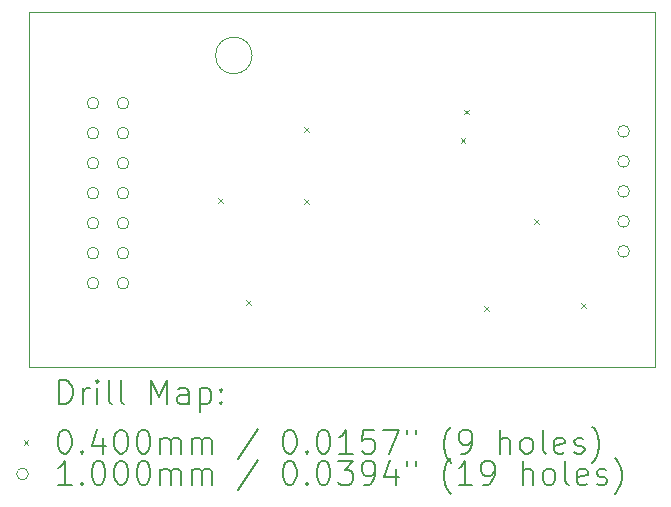
<source format=gbr>
%TF.GenerationSoftware,KiCad,Pcbnew,7.0.10*%
%TF.CreationDate,2024-10-22T16:12:57+01:00*%
%TF.ProjectId,RL78I1C_PMOD_PROG_ADAPTOR_ISO,524c3738-4931-4435-9f50-4d4f445f5052,0*%
%TF.SameCoordinates,PX58b5f60PY7997ee0*%
%TF.FileFunction,Drillmap*%
%TF.FilePolarity,Positive*%
%FSLAX45Y45*%
G04 Gerber Fmt 4.5, Leading zero omitted, Abs format (unit mm)*
G04 Created by KiCad (PCBNEW 7.0.10) date 2024-10-22 16:12:57*
%MOMM*%
%LPD*%
G01*
G04 APERTURE LIST*
%ADD10C,0.100000*%
%ADD11C,0.200000*%
G04 APERTURE END LIST*
D10*
X0Y3000000D02*
X5300000Y3000000D01*
X5300000Y0D01*
X0Y0D01*
X0Y3000000D01*
X1889125Y2634250D02*
G75*
G03*
X1579125Y2634250I-155000J0D01*
G01*
X1579125Y2634250D02*
G75*
G03*
X1889125Y2634250I155000J0D01*
G01*
D11*
D10*
X1604125Y1423250D02*
X1644125Y1383250D01*
X1644125Y1423250D02*
X1604125Y1383250D01*
X1836094Y562731D02*
X1876094Y522731D01*
X1876094Y562731D02*
X1836094Y522731D01*
X2329125Y2027000D02*
X2369125Y1987000D01*
X2369125Y2027000D02*
X2329125Y1987000D01*
X2329125Y1419250D02*
X2369125Y1379250D01*
X2369125Y1419250D02*
X2329125Y1379250D01*
X3654125Y1934250D02*
X3694125Y1894250D01*
X3694125Y1934250D02*
X3654125Y1894250D01*
X3684125Y2174250D02*
X3724125Y2134250D01*
X3724125Y2174250D02*
X3684125Y2134250D01*
X3854125Y514250D02*
X3894125Y474250D01*
X3894125Y514250D02*
X3854125Y474250D01*
X4277000Y1246000D02*
X4317000Y1206000D01*
X4317000Y1246000D02*
X4277000Y1206000D01*
X4674125Y534250D02*
X4714125Y494250D01*
X4714125Y534250D02*
X4674125Y494250D01*
X592000Y2230000D02*
G75*
G03*
X492000Y2230000I-50000J0D01*
G01*
X492000Y2230000D02*
G75*
G03*
X592000Y2230000I50000J0D01*
G01*
X592000Y1976000D02*
G75*
G03*
X492000Y1976000I-50000J0D01*
G01*
X492000Y1976000D02*
G75*
G03*
X592000Y1976000I50000J0D01*
G01*
X592000Y1722000D02*
G75*
G03*
X492000Y1722000I-50000J0D01*
G01*
X492000Y1722000D02*
G75*
G03*
X592000Y1722000I50000J0D01*
G01*
X592000Y1468000D02*
G75*
G03*
X492000Y1468000I-50000J0D01*
G01*
X492000Y1468000D02*
G75*
G03*
X592000Y1468000I50000J0D01*
G01*
X592000Y1214000D02*
G75*
G03*
X492000Y1214000I-50000J0D01*
G01*
X492000Y1214000D02*
G75*
G03*
X592000Y1214000I50000J0D01*
G01*
X592000Y960000D02*
G75*
G03*
X492000Y960000I-50000J0D01*
G01*
X492000Y960000D02*
G75*
G03*
X592000Y960000I50000J0D01*
G01*
X592000Y706000D02*
G75*
G03*
X492000Y706000I-50000J0D01*
G01*
X492000Y706000D02*
G75*
G03*
X592000Y706000I50000J0D01*
G01*
X846000Y2230000D02*
G75*
G03*
X746000Y2230000I-50000J0D01*
G01*
X746000Y2230000D02*
G75*
G03*
X846000Y2230000I50000J0D01*
G01*
X846000Y1976000D02*
G75*
G03*
X746000Y1976000I-50000J0D01*
G01*
X746000Y1976000D02*
G75*
G03*
X846000Y1976000I50000J0D01*
G01*
X846000Y1722000D02*
G75*
G03*
X746000Y1722000I-50000J0D01*
G01*
X746000Y1722000D02*
G75*
G03*
X846000Y1722000I50000J0D01*
G01*
X846000Y1468000D02*
G75*
G03*
X746000Y1468000I-50000J0D01*
G01*
X746000Y1468000D02*
G75*
G03*
X846000Y1468000I50000J0D01*
G01*
X846000Y1214000D02*
G75*
G03*
X746000Y1214000I-50000J0D01*
G01*
X746000Y1214000D02*
G75*
G03*
X846000Y1214000I50000J0D01*
G01*
X846000Y960000D02*
G75*
G03*
X746000Y960000I-50000J0D01*
G01*
X746000Y960000D02*
G75*
G03*
X846000Y960000I50000J0D01*
G01*
X846000Y706000D02*
G75*
G03*
X746000Y706000I-50000J0D01*
G01*
X746000Y706000D02*
G75*
G03*
X846000Y706000I50000J0D01*
G01*
X5084125Y1991750D02*
G75*
G03*
X4984125Y1991750I-50000J0D01*
G01*
X4984125Y1991750D02*
G75*
G03*
X5084125Y1991750I50000J0D01*
G01*
X5084125Y1737750D02*
G75*
G03*
X4984125Y1737750I-50000J0D01*
G01*
X4984125Y1737750D02*
G75*
G03*
X5084125Y1737750I50000J0D01*
G01*
X5084125Y1483750D02*
G75*
G03*
X4984125Y1483750I-50000J0D01*
G01*
X4984125Y1483750D02*
G75*
G03*
X5084125Y1483750I50000J0D01*
G01*
X5084125Y1229750D02*
G75*
G03*
X4984125Y1229750I-50000J0D01*
G01*
X4984125Y1229750D02*
G75*
G03*
X5084125Y1229750I50000J0D01*
G01*
X5084125Y975750D02*
G75*
G03*
X4984125Y975750I-50000J0D01*
G01*
X4984125Y975750D02*
G75*
G03*
X5084125Y975750I50000J0D01*
G01*
D11*
X255777Y-316484D02*
X255777Y-116484D01*
X255777Y-116484D02*
X303396Y-116484D01*
X303396Y-116484D02*
X331967Y-126008D01*
X331967Y-126008D02*
X351015Y-145055D01*
X351015Y-145055D02*
X360539Y-164103D01*
X360539Y-164103D02*
X370062Y-202198D01*
X370062Y-202198D02*
X370062Y-230769D01*
X370062Y-230769D02*
X360539Y-268865D01*
X360539Y-268865D02*
X351015Y-287912D01*
X351015Y-287912D02*
X331967Y-306960D01*
X331967Y-306960D02*
X303396Y-316484D01*
X303396Y-316484D02*
X255777Y-316484D01*
X455777Y-316484D02*
X455777Y-183150D01*
X455777Y-221246D02*
X465301Y-202198D01*
X465301Y-202198D02*
X474824Y-192674D01*
X474824Y-192674D02*
X493872Y-183150D01*
X493872Y-183150D02*
X512920Y-183150D01*
X579586Y-316484D02*
X579586Y-183150D01*
X579586Y-116484D02*
X570063Y-126008D01*
X570063Y-126008D02*
X579586Y-135531D01*
X579586Y-135531D02*
X589110Y-126008D01*
X589110Y-126008D02*
X579586Y-116484D01*
X579586Y-116484D02*
X579586Y-135531D01*
X703396Y-316484D02*
X684348Y-306960D01*
X684348Y-306960D02*
X674824Y-287912D01*
X674824Y-287912D02*
X674824Y-116484D01*
X808158Y-316484D02*
X789110Y-306960D01*
X789110Y-306960D02*
X779586Y-287912D01*
X779586Y-287912D02*
X779586Y-116484D01*
X1036729Y-316484D02*
X1036729Y-116484D01*
X1036729Y-116484D02*
X1103396Y-259341D01*
X1103396Y-259341D02*
X1170063Y-116484D01*
X1170063Y-116484D02*
X1170063Y-316484D01*
X1351015Y-316484D02*
X1351015Y-211722D01*
X1351015Y-211722D02*
X1341491Y-192674D01*
X1341491Y-192674D02*
X1322444Y-183150D01*
X1322444Y-183150D02*
X1284348Y-183150D01*
X1284348Y-183150D02*
X1265301Y-192674D01*
X1351015Y-306960D02*
X1331967Y-316484D01*
X1331967Y-316484D02*
X1284348Y-316484D01*
X1284348Y-316484D02*
X1265301Y-306960D01*
X1265301Y-306960D02*
X1255777Y-287912D01*
X1255777Y-287912D02*
X1255777Y-268865D01*
X1255777Y-268865D02*
X1265301Y-249817D01*
X1265301Y-249817D02*
X1284348Y-240293D01*
X1284348Y-240293D02*
X1331967Y-240293D01*
X1331967Y-240293D02*
X1351015Y-230769D01*
X1446253Y-183150D02*
X1446253Y-383150D01*
X1446253Y-192674D02*
X1465301Y-183150D01*
X1465301Y-183150D02*
X1503396Y-183150D01*
X1503396Y-183150D02*
X1522443Y-192674D01*
X1522443Y-192674D02*
X1531967Y-202198D01*
X1531967Y-202198D02*
X1541491Y-221246D01*
X1541491Y-221246D02*
X1541491Y-278389D01*
X1541491Y-278389D02*
X1531967Y-297436D01*
X1531967Y-297436D02*
X1522443Y-306960D01*
X1522443Y-306960D02*
X1503396Y-316484D01*
X1503396Y-316484D02*
X1465301Y-316484D01*
X1465301Y-316484D02*
X1446253Y-306960D01*
X1627205Y-297436D02*
X1636729Y-306960D01*
X1636729Y-306960D02*
X1627205Y-316484D01*
X1627205Y-316484D02*
X1617682Y-306960D01*
X1617682Y-306960D02*
X1627205Y-297436D01*
X1627205Y-297436D02*
X1627205Y-316484D01*
X1627205Y-192674D02*
X1636729Y-202198D01*
X1636729Y-202198D02*
X1627205Y-211722D01*
X1627205Y-211722D02*
X1617682Y-202198D01*
X1617682Y-202198D02*
X1627205Y-192674D01*
X1627205Y-192674D02*
X1627205Y-211722D01*
D10*
X-45000Y-625000D02*
X-5000Y-665000D01*
X-5000Y-625000D02*
X-45000Y-665000D01*
D11*
X293872Y-536484D02*
X312920Y-536484D01*
X312920Y-536484D02*
X331967Y-546008D01*
X331967Y-546008D02*
X341491Y-555531D01*
X341491Y-555531D02*
X351015Y-574579D01*
X351015Y-574579D02*
X360539Y-612674D01*
X360539Y-612674D02*
X360539Y-660293D01*
X360539Y-660293D02*
X351015Y-698389D01*
X351015Y-698389D02*
X341491Y-717436D01*
X341491Y-717436D02*
X331967Y-726960D01*
X331967Y-726960D02*
X312920Y-736484D01*
X312920Y-736484D02*
X293872Y-736484D01*
X293872Y-736484D02*
X274824Y-726960D01*
X274824Y-726960D02*
X265301Y-717436D01*
X265301Y-717436D02*
X255777Y-698389D01*
X255777Y-698389D02*
X246253Y-660293D01*
X246253Y-660293D02*
X246253Y-612674D01*
X246253Y-612674D02*
X255777Y-574579D01*
X255777Y-574579D02*
X265301Y-555531D01*
X265301Y-555531D02*
X274824Y-546008D01*
X274824Y-546008D02*
X293872Y-536484D01*
X446253Y-717436D02*
X455777Y-726960D01*
X455777Y-726960D02*
X446253Y-736484D01*
X446253Y-736484D02*
X436729Y-726960D01*
X436729Y-726960D02*
X446253Y-717436D01*
X446253Y-717436D02*
X446253Y-736484D01*
X627205Y-603150D02*
X627205Y-736484D01*
X579586Y-526960D02*
X531967Y-669817D01*
X531967Y-669817D02*
X655777Y-669817D01*
X770062Y-536484D02*
X789110Y-536484D01*
X789110Y-536484D02*
X808158Y-546008D01*
X808158Y-546008D02*
X817682Y-555531D01*
X817682Y-555531D02*
X827205Y-574579D01*
X827205Y-574579D02*
X836729Y-612674D01*
X836729Y-612674D02*
X836729Y-660293D01*
X836729Y-660293D02*
X827205Y-698389D01*
X827205Y-698389D02*
X817682Y-717436D01*
X817682Y-717436D02*
X808158Y-726960D01*
X808158Y-726960D02*
X789110Y-736484D01*
X789110Y-736484D02*
X770062Y-736484D01*
X770062Y-736484D02*
X751015Y-726960D01*
X751015Y-726960D02*
X741491Y-717436D01*
X741491Y-717436D02*
X731967Y-698389D01*
X731967Y-698389D02*
X722443Y-660293D01*
X722443Y-660293D02*
X722443Y-612674D01*
X722443Y-612674D02*
X731967Y-574579D01*
X731967Y-574579D02*
X741491Y-555531D01*
X741491Y-555531D02*
X751015Y-546008D01*
X751015Y-546008D02*
X770062Y-536484D01*
X960539Y-536484D02*
X979586Y-536484D01*
X979586Y-536484D02*
X998634Y-546008D01*
X998634Y-546008D02*
X1008158Y-555531D01*
X1008158Y-555531D02*
X1017682Y-574579D01*
X1017682Y-574579D02*
X1027205Y-612674D01*
X1027205Y-612674D02*
X1027205Y-660293D01*
X1027205Y-660293D02*
X1017682Y-698389D01*
X1017682Y-698389D02*
X1008158Y-717436D01*
X1008158Y-717436D02*
X998634Y-726960D01*
X998634Y-726960D02*
X979586Y-736484D01*
X979586Y-736484D02*
X960539Y-736484D01*
X960539Y-736484D02*
X941491Y-726960D01*
X941491Y-726960D02*
X931967Y-717436D01*
X931967Y-717436D02*
X922443Y-698389D01*
X922443Y-698389D02*
X912920Y-660293D01*
X912920Y-660293D02*
X912920Y-612674D01*
X912920Y-612674D02*
X922443Y-574579D01*
X922443Y-574579D02*
X931967Y-555531D01*
X931967Y-555531D02*
X941491Y-546008D01*
X941491Y-546008D02*
X960539Y-536484D01*
X1112920Y-736484D02*
X1112920Y-603150D01*
X1112920Y-622198D02*
X1122444Y-612674D01*
X1122444Y-612674D02*
X1141491Y-603150D01*
X1141491Y-603150D02*
X1170063Y-603150D01*
X1170063Y-603150D02*
X1189110Y-612674D01*
X1189110Y-612674D02*
X1198634Y-631722D01*
X1198634Y-631722D02*
X1198634Y-736484D01*
X1198634Y-631722D02*
X1208158Y-612674D01*
X1208158Y-612674D02*
X1227205Y-603150D01*
X1227205Y-603150D02*
X1255777Y-603150D01*
X1255777Y-603150D02*
X1274825Y-612674D01*
X1274825Y-612674D02*
X1284348Y-631722D01*
X1284348Y-631722D02*
X1284348Y-736484D01*
X1379586Y-736484D02*
X1379586Y-603150D01*
X1379586Y-622198D02*
X1389110Y-612674D01*
X1389110Y-612674D02*
X1408158Y-603150D01*
X1408158Y-603150D02*
X1436729Y-603150D01*
X1436729Y-603150D02*
X1455777Y-612674D01*
X1455777Y-612674D02*
X1465301Y-631722D01*
X1465301Y-631722D02*
X1465301Y-736484D01*
X1465301Y-631722D02*
X1474824Y-612674D01*
X1474824Y-612674D02*
X1493872Y-603150D01*
X1493872Y-603150D02*
X1522443Y-603150D01*
X1522443Y-603150D02*
X1541491Y-612674D01*
X1541491Y-612674D02*
X1551015Y-631722D01*
X1551015Y-631722D02*
X1551015Y-736484D01*
X1941491Y-526960D02*
X1770063Y-784103D01*
X2198634Y-536484D02*
X2217682Y-536484D01*
X2217682Y-536484D02*
X2236729Y-546008D01*
X2236729Y-546008D02*
X2246253Y-555531D01*
X2246253Y-555531D02*
X2255777Y-574579D01*
X2255777Y-574579D02*
X2265301Y-612674D01*
X2265301Y-612674D02*
X2265301Y-660293D01*
X2265301Y-660293D02*
X2255777Y-698389D01*
X2255777Y-698389D02*
X2246253Y-717436D01*
X2246253Y-717436D02*
X2236729Y-726960D01*
X2236729Y-726960D02*
X2217682Y-736484D01*
X2217682Y-736484D02*
X2198634Y-736484D01*
X2198634Y-736484D02*
X2179587Y-726960D01*
X2179587Y-726960D02*
X2170063Y-717436D01*
X2170063Y-717436D02*
X2160539Y-698389D01*
X2160539Y-698389D02*
X2151015Y-660293D01*
X2151015Y-660293D02*
X2151015Y-612674D01*
X2151015Y-612674D02*
X2160539Y-574579D01*
X2160539Y-574579D02*
X2170063Y-555531D01*
X2170063Y-555531D02*
X2179587Y-546008D01*
X2179587Y-546008D02*
X2198634Y-536484D01*
X2351015Y-717436D02*
X2360539Y-726960D01*
X2360539Y-726960D02*
X2351015Y-736484D01*
X2351015Y-736484D02*
X2341491Y-726960D01*
X2341491Y-726960D02*
X2351015Y-717436D01*
X2351015Y-717436D02*
X2351015Y-736484D01*
X2484348Y-536484D02*
X2503396Y-536484D01*
X2503396Y-536484D02*
X2522444Y-546008D01*
X2522444Y-546008D02*
X2531968Y-555531D01*
X2531968Y-555531D02*
X2541491Y-574579D01*
X2541491Y-574579D02*
X2551015Y-612674D01*
X2551015Y-612674D02*
X2551015Y-660293D01*
X2551015Y-660293D02*
X2541491Y-698389D01*
X2541491Y-698389D02*
X2531968Y-717436D01*
X2531968Y-717436D02*
X2522444Y-726960D01*
X2522444Y-726960D02*
X2503396Y-736484D01*
X2503396Y-736484D02*
X2484348Y-736484D01*
X2484348Y-736484D02*
X2465301Y-726960D01*
X2465301Y-726960D02*
X2455777Y-717436D01*
X2455777Y-717436D02*
X2446253Y-698389D01*
X2446253Y-698389D02*
X2436729Y-660293D01*
X2436729Y-660293D02*
X2436729Y-612674D01*
X2436729Y-612674D02*
X2446253Y-574579D01*
X2446253Y-574579D02*
X2455777Y-555531D01*
X2455777Y-555531D02*
X2465301Y-546008D01*
X2465301Y-546008D02*
X2484348Y-536484D01*
X2741491Y-736484D02*
X2627206Y-736484D01*
X2684348Y-736484D02*
X2684348Y-536484D01*
X2684348Y-536484D02*
X2665301Y-565055D01*
X2665301Y-565055D02*
X2646253Y-584103D01*
X2646253Y-584103D02*
X2627206Y-593627D01*
X2922444Y-536484D02*
X2827206Y-536484D01*
X2827206Y-536484D02*
X2817682Y-631722D01*
X2817682Y-631722D02*
X2827206Y-622198D01*
X2827206Y-622198D02*
X2846253Y-612674D01*
X2846253Y-612674D02*
X2893872Y-612674D01*
X2893872Y-612674D02*
X2912920Y-622198D01*
X2912920Y-622198D02*
X2922444Y-631722D01*
X2922444Y-631722D02*
X2931967Y-650770D01*
X2931967Y-650770D02*
X2931967Y-698389D01*
X2931967Y-698389D02*
X2922444Y-717436D01*
X2922444Y-717436D02*
X2912920Y-726960D01*
X2912920Y-726960D02*
X2893872Y-736484D01*
X2893872Y-736484D02*
X2846253Y-736484D01*
X2846253Y-736484D02*
X2827206Y-726960D01*
X2827206Y-726960D02*
X2817682Y-717436D01*
X2998634Y-536484D02*
X3131967Y-536484D01*
X3131967Y-536484D02*
X3046253Y-736484D01*
X3198634Y-536484D02*
X3198634Y-574579D01*
X3274825Y-536484D02*
X3274825Y-574579D01*
X3570063Y-812674D02*
X3560539Y-803150D01*
X3560539Y-803150D02*
X3541491Y-774579D01*
X3541491Y-774579D02*
X3531968Y-755531D01*
X3531968Y-755531D02*
X3522444Y-726960D01*
X3522444Y-726960D02*
X3512920Y-679341D01*
X3512920Y-679341D02*
X3512920Y-641246D01*
X3512920Y-641246D02*
X3522444Y-593627D01*
X3522444Y-593627D02*
X3531968Y-565055D01*
X3531968Y-565055D02*
X3541491Y-546008D01*
X3541491Y-546008D02*
X3560539Y-517436D01*
X3560539Y-517436D02*
X3570063Y-507912D01*
X3655777Y-736484D02*
X3693872Y-736484D01*
X3693872Y-736484D02*
X3712920Y-726960D01*
X3712920Y-726960D02*
X3722444Y-717436D01*
X3722444Y-717436D02*
X3741491Y-688865D01*
X3741491Y-688865D02*
X3751015Y-650770D01*
X3751015Y-650770D02*
X3751015Y-574579D01*
X3751015Y-574579D02*
X3741491Y-555531D01*
X3741491Y-555531D02*
X3731968Y-546008D01*
X3731968Y-546008D02*
X3712920Y-536484D01*
X3712920Y-536484D02*
X3674825Y-536484D01*
X3674825Y-536484D02*
X3655777Y-546008D01*
X3655777Y-546008D02*
X3646253Y-555531D01*
X3646253Y-555531D02*
X3636729Y-574579D01*
X3636729Y-574579D02*
X3636729Y-622198D01*
X3636729Y-622198D02*
X3646253Y-641246D01*
X3646253Y-641246D02*
X3655777Y-650770D01*
X3655777Y-650770D02*
X3674825Y-660293D01*
X3674825Y-660293D02*
X3712920Y-660293D01*
X3712920Y-660293D02*
X3731968Y-650770D01*
X3731968Y-650770D02*
X3741491Y-641246D01*
X3741491Y-641246D02*
X3751015Y-622198D01*
X3989110Y-736484D02*
X3989110Y-536484D01*
X4074825Y-736484D02*
X4074825Y-631722D01*
X4074825Y-631722D02*
X4065301Y-612674D01*
X4065301Y-612674D02*
X4046253Y-603150D01*
X4046253Y-603150D02*
X4017682Y-603150D01*
X4017682Y-603150D02*
X3998634Y-612674D01*
X3998634Y-612674D02*
X3989110Y-622198D01*
X4198634Y-736484D02*
X4179587Y-726960D01*
X4179587Y-726960D02*
X4170063Y-717436D01*
X4170063Y-717436D02*
X4160539Y-698389D01*
X4160539Y-698389D02*
X4160539Y-641246D01*
X4160539Y-641246D02*
X4170063Y-622198D01*
X4170063Y-622198D02*
X4179587Y-612674D01*
X4179587Y-612674D02*
X4198634Y-603150D01*
X4198634Y-603150D02*
X4227206Y-603150D01*
X4227206Y-603150D02*
X4246253Y-612674D01*
X4246253Y-612674D02*
X4255777Y-622198D01*
X4255777Y-622198D02*
X4265301Y-641246D01*
X4265301Y-641246D02*
X4265301Y-698389D01*
X4265301Y-698389D02*
X4255777Y-717436D01*
X4255777Y-717436D02*
X4246253Y-726960D01*
X4246253Y-726960D02*
X4227206Y-736484D01*
X4227206Y-736484D02*
X4198634Y-736484D01*
X4379587Y-736484D02*
X4360539Y-726960D01*
X4360539Y-726960D02*
X4351015Y-707912D01*
X4351015Y-707912D02*
X4351015Y-536484D01*
X4531968Y-726960D02*
X4512920Y-736484D01*
X4512920Y-736484D02*
X4474825Y-736484D01*
X4474825Y-736484D02*
X4455777Y-726960D01*
X4455777Y-726960D02*
X4446253Y-707912D01*
X4446253Y-707912D02*
X4446253Y-631722D01*
X4446253Y-631722D02*
X4455777Y-612674D01*
X4455777Y-612674D02*
X4474825Y-603150D01*
X4474825Y-603150D02*
X4512920Y-603150D01*
X4512920Y-603150D02*
X4531968Y-612674D01*
X4531968Y-612674D02*
X4541492Y-631722D01*
X4541492Y-631722D02*
X4541492Y-650770D01*
X4541492Y-650770D02*
X4446253Y-669817D01*
X4617682Y-726960D02*
X4636730Y-736484D01*
X4636730Y-736484D02*
X4674825Y-736484D01*
X4674825Y-736484D02*
X4693873Y-726960D01*
X4693873Y-726960D02*
X4703396Y-707912D01*
X4703396Y-707912D02*
X4703396Y-698389D01*
X4703396Y-698389D02*
X4693873Y-679341D01*
X4693873Y-679341D02*
X4674825Y-669817D01*
X4674825Y-669817D02*
X4646253Y-669817D01*
X4646253Y-669817D02*
X4627206Y-660293D01*
X4627206Y-660293D02*
X4617682Y-641246D01*
X4617682Y-641246D02*
X4617682Y-631722D01*
X4617682Y-631722D02*
X4627206Y-612674D01*
X4627206Y-612674D02*
X4646253Y-603150D01*
X4646253Y-603150D02*
X4674825Y-603150D01*
X4674825Y-603150D02*
X4693873Y-612674D01*
X4770063Y-812674D02*
X4779587Y-803150D01*
X4779587Y-803150D02*
X4798634Y-774579D01*
X4798634Y-774579D02*
X4808158Y-755531D01*
X4808158Y-755531D02*
X4817682Y-726960D01*
X4817682Y-726960D02*
X4827206Y-679341D01*
X4827206Y-679341D02*
X4827206Y-641246D01*
X4827206Y-641246D02*
X4817682Y-593627D01*
X4817682Y-593627D02*
X4808158Y-565055D01*
X4808158Y-565055D02*
X4798634Y-546008D01*
X4798634Y-546008D02*
X4779587Y-517436D01*
X4779587Y-517436D02*
X4770063Y-507912D01*
D10*
X-5000Y-909000D02*
G75*
G03*
X-105000Y-909000I-50000J0D01*
G01*
X-105000Y-909000D02*
G75*
G03*
X-5000Y-909000I50000J0D01*
G01*
D11*
X360539Y-1000484D02*
X246253Y-1000484D01*
X303396Y-1000484D02*
X303396Y-800484D01*
X303396Y-800484D02*
X284348Y-829055D01*
X284348Y-829055D02*
X265301Y-848103D01*
X265301Y-848103D02*
X246253Y-857627D01*
X446253Y-981436D02*
X455777Y-990960D01*
X455777Y-990960D02*
X446253Y-1000484D01*
X446253Y-1000484D02*
X436729Y-990960D01*
X436729Y-990960D02*
X446253Y-981436D01*
X446253Y-981436D02*
X446253Y-1000484D01*
X579586Y-800484D02*
X598634Y-800484D01*
X598634Y-800484D02*
X617682Y-810008D01*
X617682Y-810008D02*
X627205Y-819531D01*
X627205Y-819531D02*
X636729Y-838579D01*
X636729Y-838579D02*
X646253Y-876674D01*
X646253Y-876674D02*
X646253Y-924293D01*
X646253Y-924293D02*
X636729Y-962388D01*
X636729Y-962388D02*
X627205Y-981436D01*
X627205Y-981436D02*
X617682Y-990960D01*
X617682Y-990960D02*
X598634Y-1000484D01*
X598634Y-1000484D02*
X579586Y-1000484D01*
X579586Y-1000484D02*
X560539Y-990960D01*
X560539Y-990960D02*
X551015Y-981436D01*
X551015Y-981436D02*
X541491Y-962388D01*
X541491Y-962388D02*
X531967Y-924293D01*
X531967Y-924293D02*
X531967Y-876674D01*
X531967Y-876674D02*
X541491Y-838579D01*
X541491Y-838579D02*
X551015Y-819531D01*
X551015Y-819531D02*
X560539Y-810008D01*
X560539Y-810008D02*
X579586Y-800484D01*
X770062Y-800484D02*
X789110Y-800484D01*
X789110Y-800484D02*
X808158Y-810008D01*
X808158Y-810008D02*
X817682Y-819531D01*
X817682Y-819531D02*
X827205Y-838579D01*
X827205Y-838579D02*
X836729Y-876674D01*
X836729Y-876674D02*
X836729Y-924293D01*
X836729Y-924293D02*
X827205Y-962388D01*
X827205Y-962388D02*
X817682Y-981436D01*
X817682Y-981436D02*
X808158Y-990960D01*
X808158Y-990960D02*
X789110Y-1000484D01*
X789110Y-1000484D02*
X770062Y-1000484D01*
X770062Y-1000484D02*
X751015Y-990960D01*
X751015Y-990960D02*
X741491Y-981436D01*
X741491Y-981436D02*
X731967Y-962388D01*
X731967Y-962388D02*
X722443Y-924293D01*
X722443Y-924293D02*
X722443Y-876674D01*
X722443Y-876674D02*
X731967Y-838579D01*
X731967Y-838579D02*
X741491Y-819531D01*
X741491Y-819531D02*
X751015Y-810008D01*
X751015Y-810008D02*
X770062Y-800484D01*
X960539Y-800484D02*
X979586Y-800484D01*
X979586Y-800484D02*
X998634Y-810008D01*
X998634Y-810008D02*
X1008158Y-819531D01*
X1008158Y-819531D02*
X1017682Y-838579D01*
X1017682Y-838579D02*
X1027205Y-876674D01*
X1027205Y-876674D02*
X1027205Y-924293D01*
X1027205Y-924293D02*
X1017682Y-962388D01*
X1017682Y-962388D02*
X1008158Y-981436D01*
X1008158Y-981436D02*
X998634Y-990960D01*
X998634Y-990960D02*
X979586Y-1000484D01*
X979586Y-1000484D02*
X960539Y-1000484D01*
X960539Y-1000484D02*
X941491Y-990960D01*
X941491Y-990960D02*
X931967Y-981436D01*
X931967Y-981436D02*
X922443Y-962388D01*
X922443Y-962388D02*
X912920Y-924293D01*
X912920Y-924293D02*
X912920Y-876674D01*
X912920Y-876674D02*
X922443Y-838579D01*
X922443Y-838579D02*
X931967Y-819531D01*
X931967Y-819531D02*
X941491Y-810008D01*
X941491Y-810008D02*
X960539Y-800484D01*
X1112920Y-1000484D02*
X1112920Y-867150D01*
X1112920Y-886198D02*
X1122444Y-876674D01*
X1122444Y-876674D02*
X1141491Y-867150D01*
X1141491Y-867150D02*
X1170063Y-867150D01*
X1170063Y-867150D02*
X1189110Y-876674D01*
X1189110Y-876674D02*
X1198634Y-895722D01*
X1198634Y-895722D02*
X1198634Y-1000484D01*
X1198634Y-895722D02*
X1208158Y-876674D01*
X1208158Y-876674D02*
X1227205Y-867150D01*
X1227205Y-867150D02*
X1255777Y-867150D01*
X1255777Y-867150D02*
X1274825Y-876674D01*
X1274825Y-876674D02*
X1284348Y-895722D01*
X1284348Y-895722D02*
X1284348Y-1000484D01*
X1379586Y-1000484D02*
X1379586Y-867150D01*
X1379586Y-886198D02*
X1389110Y-876674D01*
X1389110Y-876674D02*
X1408158Y-867150D01*
X1408158Y-867150D02*
X1436729Y-867150D01*
X1436729Y-867150D02*
X1455777Y-876674D01*
X1455777Y-876674D02*
X1465301Y-895722D01*
X1465301Y-895722D02*
X1465301Y-1000484D01*
X1465301Y-895722D02*
X1474824Y-876674D01*
X1474824Y-876674D02*
X1493872Y-867150D01*
X1493872Y-867150D02*
X1522443Y-867150D01*
X1522443Y-867150D02*
X1541491Y-876674D01*
X1541491Y-876674D02*
X1551015Y-895722D01*
X1551015Y-895722D02*
X1551015Y-1000484D01*
X1941491Y-790960D02*
X1770063Y-1048103D01*
X2198634Y-800484D02*
X2217682Y-800484D01*
X2217682Y-800484D02*
X2236729Y-810008D01*
X2236729Y-810008D02*
X2246253Y-819531D01*
X2246253Y-819531D02*
X2255777Y-838579D01*
X2255777Y-838579D02*
X2265301Y-876674D01*
X2265301Y-876674D02*
X2265301Y-924293D01*
X2265301Y-924293D02*
X2255777Y-962388D01*
X2255777Y-962388D02*
X2246253Y-981436D01*
X2246253Y-981436D02*
X2236729Y-990960D01*
X2236729Y-990960D02*
X2217682Y-1000484D01*
X2217682Y-1000484D02*
X2198634Y-1000484D01*
X2198634Y-1000484D02*
X2179587Y-990960D01*
X2179587Y-990960D02*
X2170063Y-981436D01*
X2170063Y-981436D02*
X2160539Y-962388D01*
X2160539Y-962388D02*
X2151015Y-924293D01*
X2151015Y-924293D02*
X2151015Y-876674D01*
X2151015Y-876674D02*
X2160539Y-838579D01*
X2160539Y-838579D02*
X2170063Y-819531D01*
X2170063Y-819531D02*
X2179587Y-810008D01*
X2179587Y-810008D02*
X2198634Y-800484D01*
X2351015Y-981436D02*
X2360539Y-990960D01*
X2360539Y-990960D02*
X2351015Y-1000484D01*
X2351015Y-1000484D02*
X2341491Y-990960D01*
X2341491Y-990960D02*
X2351015Y-981436D01*
X2351015Y-981436D02*
X2351015Y-1000484D01*
X2484348Y-800484D02*
X2503396Y-800484D01*
X2503396Y-800484D02*
X2522444Y-810008D01*
X2522444Y-810008D02*
X2531968Y-819531D01*
X2531968Y-819531D02*
X2541491Y-838579D01*
X2541491Y-838579D02*
X2551015Y-876674D01*
X2551015Y-876674D02*
X2551015Y-924293D01*
X2551015Y-924293D02*
X2541491Y-962388D01*
X2541491Y-962388D02*
X2531968Y-981436D01*
X2531968Y-981436D02*
X2522444Y-990960D01*
X2522444Y-990960D02*
X2503396Y-1000484D01*
X2503396Y-1000484D02*
X2484348Y-1000484D01*
X2484348Y-1000484D02*
X2465301Y-990960D01*
X2465301Y-990960D02*
X2455777Y-981436D01*
X2455777Y-981436D02*
X2446253Y-962388D01*
X2446253Y-962388D02*
X2436729Y-924293D01*
X2436729Y-924293D02*
X2436729Y-876674D01*
X2436729Y-876674D02*
X2446253Y-838579D01*
X2446253Y-838579D02*
X2455777Y-819531D01*
X2455777Y-819531D02*
X2465301Y-810008D01*
X2465301Y-810008D02*
X2484348Y-800484D01*
X2617682Y-800484D02*
X2741491Y-800484D01*
X2741491Y-800484D02*
X2674825Y-876674D01*
X2674825Y-876674D02*
X2703396Y-876674D01*
X2703396Y-876674D02*
X2722444Y-886198D01*
X2722444Y-886198D02*
X2731968Y-895722D01*
X2731968Y-895722D02*
X2741491Y-914769D01*
X2741491Y-914769D02*
X2741491Y-962388D01*
X2741491Y-962388D02*
X2731968Y-981436D01*
X2731968Y-981436D02*
X2722444Y-990960D01*
X2722444Y-990960D02*
X2703396Y-1000484D01*
X2703396Y-1000484D02*
X2646253Y-1000484D01*
X2646253Y-1000484D02*
X2627206Y-990960D01*
X2627206Y-990960D02*
X2617682Y-981436D01*
X2836729Y-1000484D02*
X2874825Y-1000484D01*
X2874825Y-1000484D02*
X2893872Y-990960D01*
X2893872Y-990960D02*
X2903396Y-981436D01*
X2903396Y-981436D02*
X2922444Y-952865D01*
X2922444Y-952865D02*
X2931967Y-914769D01*
X2931967Y-914769D02*
X2931967Y-838579D01*
X2931967Y-838579D02*
X2922444Y-819531D01*
X2922444Y-819531D02*
X2912920Y-810008D01*
X2912920Y-810008D02*
X2893872Y-800484D01*
X2893872Y-800484D02*
X2855777Y-800484D01*
X2855777Y-800484D02*
X2836729Y-810008D01*
X2836729Y-810008D02*
X2827206Y-819531D01*
X2827206Y-819531D02*
X2817682Y-838579D01*
X2817682Y-838579D02*
X2817682Y-886198D01*
X2817682Y-886198D02*
X2827206Y-905246D01*
X2827206Y-905246D02*
X2836729Y-914769D01*
X2836729Y-914769D02*
X2855777Y-924293D01*
X2855777Y-924293D02*
X2893872Y-924293D01*
X2893872Y-924293D02*
X2912920Y-914769D01*
X2912920Y-914769D02*
X2922444Y-905246D01*
X2922444Y-905246D02*
X2931967Y-886198D01*
X3103396Y-867150D02*
X3103396Y-1000484D01*
X3055777Y-790960D02*
X3008158Y-933817D01*
X3008158Y-933817D02*
X3131967Y-933817D01*
X3198634Y-800484D02*
X3198634Y-838579D01*
X3274825Y-800484D02*
X3274825Y-838579D01*
X3570063Y-1076674D02*
X3560539Y-1067150D01*
X3560539Y-1067150D02*
X3541491Y-1038579D01*
X3541491Y-1038579D02*
X3531968Y-1019531D01*
X3531968Y-1019531D02*
X3522444Y-990960D01*
X3522444Y-990960D02*
X3512920Y-943341D01*
X3512920Y-943341D02*
X3512920Y-905246D01*
X3512920Y-905246D02*
X3522444Y-857627D01*
X3522444Y-857627D02*
X3531968Y-829055D01*
X3531968Y-829055D02*
X3541491Y-810008D01*
X3541491Y-810008D02*
X3560539Y-781436D01*
X3560539Y-781436D02*
X3570063Y-771912D01*
X3751015Y-1000484D02*
X3636729Y-1000484D01*
X3693872Y-1000484D02*
X3693872Y-800484D01*
X3693872Y-800484D02*
X3674825Y-829055D01*
X3674825Y-829055D02*
X3655777Y-848103D01*
X3655777Y-848103D02*
X3636729Y-857627D01*
X3846253Y-1000484D02*
X3884348Y-1000484D01*
X3884348Y-1000484D02*
X3903396Y-990960D01*
X3903396Y-990960D02*
X3912920Y-981436D01*
X3912920Y-981436D02*
X3931968Y-952865D01*
X3931968Y-952865D02*
X3941491Y-914769D01*
X3941491Y-914769D02*
X3941491Y-838579D01*
X3941491Y-838579D02*
X3931968Y-819531D01*
X3931968Y-819531D02*
X3922444Y-810008D01*
X3922444Y-810008D02*
X3903396Y-800484D01*
X3903396Y-800484D02*
X3865301Y-800484D01*
X3865301Y-800484D02*
X3846253Y-810008D01*
X3846253Y-810008D02*
X3836729Y-819531D01*
X3836729Y-819531D02*
X3827206Y-838579D01*
X3827206Y-838579D02*
X3827206Y-886198D01*
X3827206Y-886198D02*
X3836729Y-905246D01*
X3836729Y-905246D02*
X3846253Y-914769D01*
X3846253Y-914769D02*
X3865301Y-924293D01*
X3865301Y-924293D02*
X3903396Y-924293D01*
X3903396Y-924293D02*
X3922444Y-914769D01*
X3922444Y-914769D02*
X3931968Y-905246D01*
X3931968Y-905246D02*
X3941491Y-886198D01*
X4179587Y-1000484D02*
X4179587Y-800484D01*
X4265301Y-1000484D02*
X4265301Y-895722D01*
X4265301Y-895722D02*
X4255777Y-876674D01*
X4255777Y-876674D02*
X4236730Y-867150D01*
X4236730Y-867150D02*
X4208158Y-867150D01*
X4208158Y-867150D02*
X4189110Y-876674D01*
X4189110Y-876674D02*
X4179587Y-886198D01*
X4389111Y-1000484D02*
X4370063Y-990960D01*
X4370063Y-990960D02*
X4360539Y-981436D01*
X4360539Y-981436D02*
X4351015Y-962388D01*
X4351015Y-962388D02*
X4351015Y-905246D01*
X4351015Y-905246D02*
X4360539Y-886198D01*
X4360539Y-886198D02*
X4370063Y-876674D01*
X4370063Y-876674D02*
X4389111Y-867150D01*
X4389111Y-867150D02*
X4417682Y-867150D01*
X4417682Y-867150D02*
X4436730Y-876674D01*
X4436730Y-876674D02*
X4446253Y-886198D01*
X4446253Y-886198D02*
X4455777Y-905246D01*
X4455777Y-905246D02*
X4455777Y-962388D01*
X4455777Y-962388D02*
X4446253Y-981436D01*
X4446253Y-981436D02*
X4436730Y-990960D01*
X4436730Y-990960D02*
X4417682Y-1000484D01*
X4417682Y-1000484D02*
X4389111Y-1000484D01*
X4570063Y-1000484D02*
X4551015Y-990960D01*
X4551015Y-990960D02*
X4541492Y-971912D01*
X4541492Y-971912D02*
X4541492Y-800484D01*
X4722444Y-990960D02*
X4703396Y-1000484D01*
X4703396Y-1000484D02*
X4665301Y-1000484D01*
X4665301Y-1000484D02*
X4646253Y-990960D01*
X4646253Y-990960D02*
X4636730Y-971912D01*
X4636730Y-971912D02*
X4636730Y-895722D01*
X4636730Y-895722D02*
X4646253Y-876674D01*
X4646253Y-876674D02*
X4665301Y-867150D01*
X4665301Y-867150D02*
X4703396Y-867150D01*
X4703396Y-867150D02*
X4722444Y-876674D01*
X4722444Y-876674D02*
X4731968Y-895722D01*
X4731968Y-895722D02*
X4731968Y-914769D01*
X4731968Y-914769D02*
X4636730Y-933817D01*
X4808158Y-990960D02*
X4827206Y-1000484D01*
X4827206Y-1000484D02*
X4865301Y-1000484D01*
X4865301Y-1000484D02*
X4884349Y-990960D01*
X4884349Y-990960D02*
X4893873Y-971912D01*
X4893873Y-971912D02*
X4893873Y-962388D01*
X4893873Y-962388D02*
X4884349Y-943341D01*
X4884349Y-943341D02*
X4865301Y-933817D01*
X4865301Y-933817D02*
X4836730Y-933817D01*
X4836730Y-933817D02*
X4817682Y-924293D01*
X4817682Y-924293D02*
X4808158Y-905246D01*
X4808158Y-905246D02*
X4808158Y-895722D01*
X4808158Y-895722D02*
X4817682Y-876674D01*
X4817682Y-876674D02*
X4836730Y-867150D01*
X4836730Y-867150D02*
X4865301Y-867150D01*
X4865301Y-867150D02*
X4884349Y-876674D01*
X4960539Y-1076674D02*
X4970063Y-1067150D01*
X4970063Y-1067150D02*
X4989111Y-1038579D01*
X4989111Y-1038579D02*
X4998634Y-1019531D01*
X4998634Y-1019531D02*
X5008158Y-990960D01*
X5008158Y-990960D02*
X5017682Y-943341D01*
X5017682Y-943341D02*
X5017682Y-905246D01*
X5017682Y-905246D02*
X5008158Y-857627D01*
X5008158Y-857627D02*
X4998634Y-829055D01*
X4998634Y-829055D02*
X4989111Y-810008D01*
X4989111Y-810008D02*
X4970063Y-781436D01*
X4970063Y-781436D02*
X4960539Y-771912D01*
M02*

</source>
